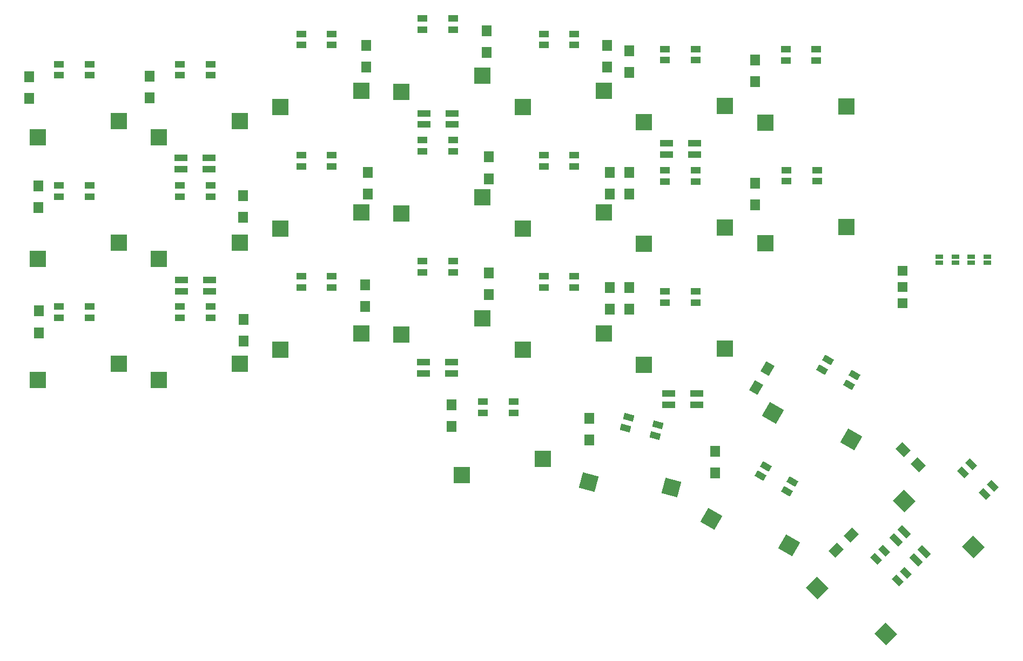
<source format=gbp>
G04 #@! TF.GenerationSoftware,KiCad,Pcbnew,(6.0.9)*
G04 #@! TF.CreationDate,2022-12-04T20:33:53+01:00*
G04 #@! TF.ProjectId,corne-cherry,636f726e-652d-4636-9865-7272792e6b69,2.1*
G04 #@! TF.SameCoordinates,Original*
G04 #@! TF.FileFunction,Paste,Bot*
G04 #@! TF.FilePolarity,Positive*
%FSLAX46Y46*%
G04 Gerber Fmt 4.6, Leading zero omitted, Abs format (unit mm)*
G04 Created by KiCad (PCBNEW (6.0.9)) date 2022-12-04 20:33:53*
%MOMM*%
%LPD*%
G01*
G04 APERTURE LIST*
G04 Aperture macros list*
%AMRotRect*
0 Rectangle, with rotation*
0 The origin of the aperture is its center*
0 $1 length*
0 $2 width*
0 $3 Rotation angle, in degrees counterclockwise*
0 Add horizontal line*
21,1,$1,$2,0,0,$3*%
G04 Aperture macros list end*
%ADD10R,1.500000X1.800000*%
%ADD11R,1.600000X1.000000*%
%ADD12RotRect,1.600000X1.000000X345.000000*%
%ADD13RotRect,1.600000X1.000000X150.000000*%
%ADD14R,2.550000X2.500000*%
%ADD15RotRect,2.550000X2.500000X345.000000*%
%ADD16R,1.524000X1.524000*%
%ADD17R,2.000000X1.000000*%
%ADD18RotRect,2.550000X2.500000X330.000000*%
%ADD19RotRect,1.800000X1.500000X225.000000*%
%ADD20RotRect,1.600000X1.000000X315.000000*%
%ADD21RotRect,2.550000X2.500000X315.000000*%
%ADD22RotRect,1.800000X1.500000X240.000000*%
%ADD23RotRect,1.800000X1.500000X315.000000*%
%ADD24RotRect,1.600000X1.000000X330.000000*%
%ADD25RotRect,2.000000X1.000000X315.000000*%
%ADD26R,1.143000X0.635000*%
G04 APERTURE END LIST*
D10*
X62950480Y-72725980D03*
X62950480Y-76125980D03*
X81850480Y-72625980D03*
X81850480Y-76025980D03*
X115750480Y-67825980D03*
X115750480Y-71225980D03*
X134650480Y-65525980D03*
X134650480Y-68925980D03*
X153550480Y-67825980D03*
X153550480Y-71225980D03*
X157000000Y-68675000D03*
X157000000Y-72075000D03*
X64350480Y-89825980D03*
X64350480Y-93225980D03*
X96450480Y-91325980D03*
X96450480Y-94725980D03*
X116000000Y-87675000D03*
X116000000Y-91075000D03*
X135000000Y-85300000D03*
X135000000Y-88700000D03*
X154000000Y-87675000D03*
X154000000Y-91075000D03*
X157000000Y-87675000D03*
X157000000Y-91075000D03*
X64450480Y-109425980D03*
X64450480Y-112825980D03*
X96550480Y-110725980D03*
X96550480Y-114125980D03*
X115650480Y-105325980D03*
X115650480Y-108725980D03*
X135000000Y-103425980D03*
X135000000Y-106825980D03*
X154000000Y-105725980D03*
X154000000Y-109125980D03*
X157000000Y-105725980D03*
X157000000Y-109125980D03*
X129150480Y-124125980D03*
X129150480Y-127525980D03*
X150750480Y-126225980D03*
X150750480Y-129625980D03*
X170450480Y-131425980D03*
X170450480Y-134825980D03*
D11*
X67600000Y-70750000D03*
X67600000Y-72500000D03*
X72400000Y-72500000D03*
X72400000Y-70750000D03*
X86600000Y-70750000D03*
X86600000Y-72500000D03*
X91400000Y-72500000D03*
X91400000Y-70750000D03*
X105600000Y-66000000D03*
X105600000Y-67750000D03*
X110400000Y-67750000D03*
X110400000Y-66000000D03*
X124600000Y-63625000D03*
X124600000Y-65375000D03*
X129400000Y-65375000D03*
X129400000Y-63625000D03*
X143600000Y-66000000D03*
X143600000Y-67750000D03*
X148400000Y-67750000D03*
X148400000Y-66000000D03*
X162600000Y-68375000D03*
X162600000Y-70125000D03*
X167400000Y-70125000D03*
X167400000Y-68375000D03*
X67600000Y-89750000D03*
X67600000Y-91500000D03*
X72400000Y-91500000D03*
X72400000Y-89750000D03*
X86600000Y-89750000D03*
X86600000Y-91500000D03*
X91400000Y-91500000D03*
X91400000Y-89750000D03*
X105600000Y-85000000D03*
X105600000Y-86750000D03*
X110400000Y-86750000D03*
X110400000Y-85000000D03*
X124600000Y-82625000D03*
X124600000Y-84375000D03*
X129400000Y-84375000D03*
X129400000Y-82625000D03*
X143600000Y-85000000D03*
X143600000Y-86750000D03*
X148400000Y-86750000D03*
X148400000Y-85000000D03*
X167400000Y-89125000D03*
X167400000Y-87375000D03*
X162600000Y-87375000D03*
X162600000Y-89125000D03*
X67600000Y-108750000D03*
X67600000Y-110500000D03*
X72400000Y-110500000D03*
X72400000Y-108750000D03*
X86600000Y-108750000D03*
X86600000Y-110500000D03*
X91400000Y-110500000D03*
X91400000Y-108750000D03*
X105600000Y-104000000D03*
X105600000Y-105750000D03*
X110400000Y-105750000D03*
X110400000Y-104000000D03*
X124600000Y-101625000D03*
X124600000Y-103375000D03*
X129400000Y-103375000D03*
X129400000Y-101625000D03*
X143600000Y-104000000D03*
X143600000Y-105750000D03*
X148400000Y-105750000D03*
X148400000Y-104000000D03*
X162600000Y-106375000D03*
X162600000Y-108125000D03*
X167400000Y-108125000D03*
X167400000Y-106375000D03*
X134100000Y-123625000D03*
X134100000Y-125375000D03*
X138900000Y-125375000D03*
X138900000Y-123625000D03*
D12*
X156908245Y-126033649D03*
X156455311Y-127724019D03*
X161091755Y-128966351D03*
X161544689Y-127275981D03*
D13*
X181738425Y-137648930D03*
X182613425Y-136133386D03*
X178456503Y-133733386D03*
X177581503Y-135248930D03*
D14*
X77000000Y-79705000D03*
X64300000Y-82245000D03*
X96000000Y-79705000D03*
X83300000Y-82245000D03*
X115000000Y-74955000D03*
X102300000Y-77495000D03*
X134000000Y-72580000D03*
X121300000Y-75120000D03*
X153000000Y-74955000D03*
X140300000Y-77495000D03*
X172000000Y-77330000D03*
X159300000Y-79870000D03*
X77000000Y-98705000D03*
X64300000Y-101245000D03*
X96000000Y-98705000D03*
X83300000Y-101245000D03*
X115000000Y-93955000D03*
X102300000Y-96495000D03*
X134000000Y-91580000D03*
X121300000Y-94120000D03*
X153000000Y-93955000D03*
X140300000Y-96495000D03*
X172000000Y-96330000D03*
X159300000Y-98870000D03*
X77000000Y-117705000D03*
X64300000Y-120245000D03*
X96000000Y-117705000D03*
X83300000Y-120245000D03*
X115000000Y-112955000D03*
X102300000Y-115495000D03*
X134000000Y-110580000D03*
X121300000Y-113120000D03*
X153000000Y-112955000D03*
X140300000Y-115495000D03*
X172000000Y-115330000D03*
X159300000Y-117870000D03*
X143500000Y-132580000D03*
X130800000Y-135120000D03*
D15*
X163593728Y-137053822D03*
X150669069Y-136220272D03*
D16*
X199850480Y-103085980D03*
X199850480Y-105625980D03*
X199850480Y-108165980D03*
D17*
X86760480Y-87200980D03*
X86760480Y-85450980D03*
X91160480Y-85450980D03*
X91160480Y-87200980D03*
X124850480Y-80200980D03*
X124850480Y-78450980D03*
X129250480Y-78450980D03*
X129250480Y-80200980D03*
X162860480Y-84900980D03*
X162860480Y-83150980D03*
X167260480Y-83150980D03*
X167260480Y-84900980D03*
X91200000Y-104550980D03*
X91200000Y-106300980D03*
X86800000Y-106300980D03*
X86800000Y-104550980D03*
X129200000Y-117450980D03*
X129200000Y-119200980D03*
X124800000Y-119200980D03*
X124800000Y-117450980D03*
X167640480Y-122350980D03*
X167640480Y-124100980D03*
X163240480Y-124100980D03*
X163240480Y-122350980D03*
D18*
X182119641Y-146175504D03*
X169851118Y-142025208D03*
D19*
X191852562Y-144523898D03*
X189448398Y-146928062D03*
D20*
X196961230Y-147021118D03*
X195723793Y-148258555D03*
X199117906Y-151652668D03*
X200355343Y-150415231D03*
D21*
X197275892Y-160000063D03*
X186499585Y-152815858D03*
D22*
X178650480Y-118481494D03*
X176950480Y-121425980D03*
D10*
X176750480Y-70125980D03*
X176750480Y-73525980D03*
X176750480Y-89425980D03*
X176750480Y-92825980D03*
D14*
X191050480Y-77385980D03*
X178350480Y-79925980D03*
D20*
X210612125Y-133431240D03*
X209374688Y-134668677D03*
X212768801Y-138062790D03*
X214006238Y-136825353D03*
D23*
X199950480Y-131125980D03*
X202354644Y-133530144D03*
D18*
X191822658Y-129560326D03*
X179554135Y-125410030D03*
D24*
X188159519Y-117105068D03*
X187284519Y-118620612D03*
X191441441Y-121020612D03*
X192316441Y-119505068D03*
D25*
X198876127Y-145289064D03*
X200113564Y-144051627D03*
X203224833Y-147162896D03*
X201987396Y-148400333D03*
D11*
X181550480Y-68430980D03*
X181550480Y-70180980D03*
X186350480Y-70180980D03*
X186350480Y-68430980D03*
X186450480Y-89100980D03*
X186450480Y-87350980D03*
X181650480Y-87350980D03*
X181650480Y-89100980D03*
D21*
X210926787Y-146410185D03*
X200150480Y-139225980D03*
D14*
X191050480Y-96305980D03*
X178350480Y-98845980D03*
D26*
X213133480Y-100883600D03*
X213133480Y-101884360D03*
X210633480Y-100883600D03*
X210633480Y-101884360D03*
X208133480Y-100883600D03*
X208133480Y-101884360D03*
X205633480Y-100883600D03*
X205633480Y-101884360D03*
M02*

</source>
